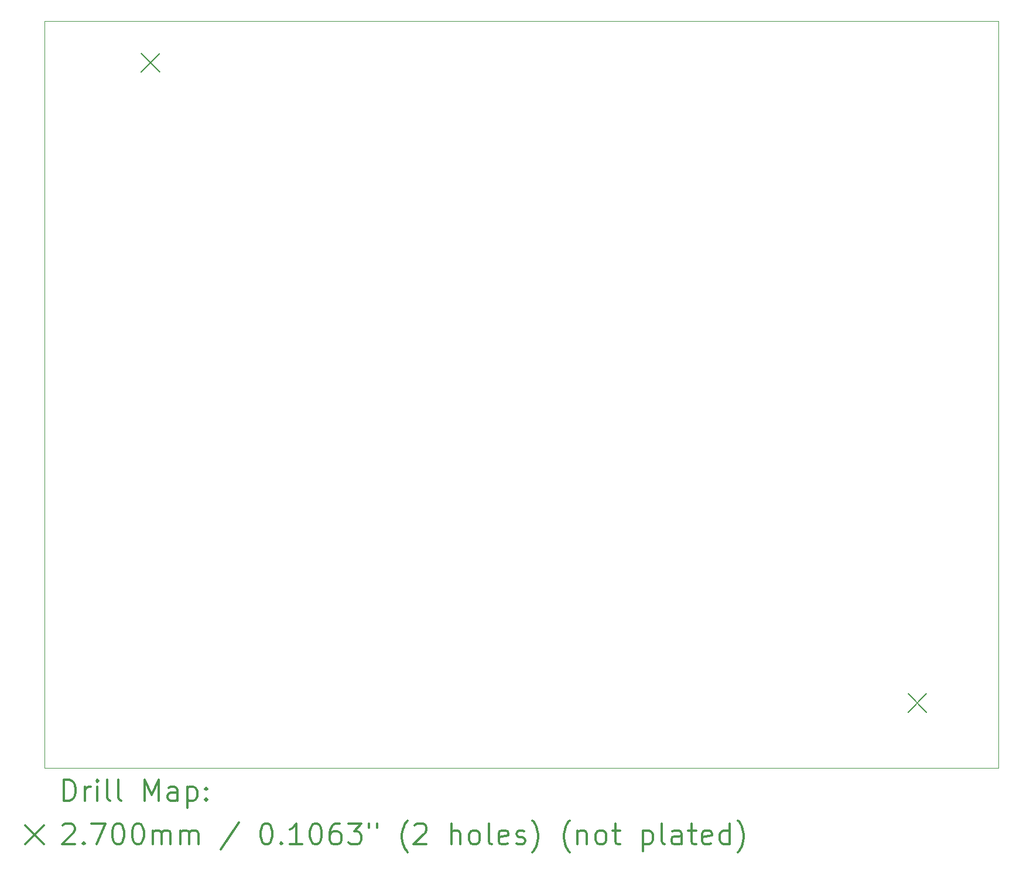
<source format=gbr>
%FSLAX45Y45*%
G04 Gerber Fmt 4.5, Leading zero omitted, Abs format (unit mm)*
G04 Created by KiCad (PCBNEW (5.1.12)-1) date 2022-10-26 16:15:54*
%MOMM*%
%LPD*%
G01*
G04 APERTURE LIST*
%TA.AperFunction,Profile*%
%ADD10C,0.050000*%
%TD*%
%ADD11C,0.200000*%
%ADD12C,0.300000*%
G04 APERTURE END LIST*
D10*
X8300000Y-14500000D02*
X8300000Y-3700000D01*
X22100000Y-14500000D02*
X8300000Y-14500000D01*
X22100000Y-3700000D02*
X22100000Y-14500000D01*
X8300000Y-3700000D02*
X22100000Y-3700000D01*
D11*
X9700000Y-4170000D02*
X9970000Y-4440000D01*
X9970000Y-4170000D02*
X9700000Y-4440000D01*
X20788000Y-13419000D02*
X21058000Y-13689000D01*
X21058000Y-13419000D02*
X20788000Y-13689000D01*
D12*
X8583928Y-14968214D02*
X8583928Y-14668214D01*
X8655357Y-14668214D01*
X8698214Y-14682500D01*
X8726786Y-14711071D01*
X8741071Y-14739643D01*
X8755357Y-14796786D01*
X8755357Y-14839643D01*
X8741071Y-14896786D01*
X8726786Y-14925357D01*
X8698214Y-14953929D01*
X8655357Y-14968214D01*
X8583928Y-14968214D01*
X8883928Y-14968214D02*
X8883928Y-14768214D01*
X8883928Y-14825357D02*
X8898214Y-14796786D01*
X8912500Y-14782500D01*
X8941071Y-14768214D01*
X8969643Y-14768214D01*
X9069643Y-14968214D02*
X9069643Y-14768214D01*
X9069643Y-14668214D02*
X9055357Y-14682500D01*
X9069643Y-14696786D01*
X9083928Y-14682500D01*
X9069643Y-14668214D01*
X9069643Y-14696786D01*
X9255357Y-14968214D02*
X9226786Y-14953929D01*
X9212500Y-14925357D01*
X9212500Y-14668214D01*
X9412500Y-14968214D02*
X9383928Y-14953929D01*
X9369643Y-14925357D01*
X9369643Y-14668214D01*
X9755357Y-14968214D02*
X9755357Y-14668214D01*
X9855357Y-14882500D01*
X9955357Y-14668214D01*
X9955357Y-14968214D01*
X10226786Y-14968214D02*
X10226786Y-14811071D01*
X10212500Y-14782500D01*
X10183928Y-14768214D01*
X10126786Y-14768214D01*
X10098214Y-14782500D01*
X10226786Y-14953929D02*
X10198214Y-14968214D01*
X10126786Y-14968214D01*
X10098214Y-14953929D01*
X10083928Y-14925357D01*
X10083928Y-14896786D01*
X10098214Y-14868214D01*
X10126786Y-14853929D01*
X10198214Y-14853929D01*
X10226786Y-14839643D01*
X10369643Y-14768214D02*
X10369643Y-15068214D01*
X10369643Y-14782500D02*
X10398214Y-14768214D01*
X10455357Y-14768214D01*
X10483928Y-14782500D01*
X10498214Y-14796786D01*
X10512500Y-14825357D01*
X10512500Y-14911071D01*
X10498214Y-14939643D01*
X10483928Y-14953929D01*
X10455357Y-14968214D01*
X10398214Y-14968214D01*
X10369643Y-14953929D01*
X10641071Y-14939643D02*
X10655357Y-14953929D01*
X10641071Y-14968214D01*
X10626786Y-14953929D01*
X10641071Y-14939643D01*
X10641071Y-14968214D01*
X10641071Y-14782500D02*
X10655357Y-14796786D01*
X10641071Y-14811071D01*
X10626786Y-14796786D01*
X10641071Y-14782500D01*
X10641071Y-14811071D01*
X8027500Y-15327500D02*
X8297500Y-15597500D01*
X8297500Y-15327500D02*
X8027500Y-15597500D01*
X8569643Y-15326786D02*
X8583928Y-15312500D01*
X8612500Y-15298214D01*
X8683928Y-15298214D01*
X8712500Y-15312500D01*
X8726786Y-15326786D01*
X8741071Y-15355357D01*
X8741071Y-15383929D01*
X8726786Y-15426786D01*
X8555357Y-15598214D01*
X8741071Y-15598214D01*
X8869643Y-15569643D02*
X8883928Y-15583929D01*
X8869643Y-15598214D01*
X8855357Y-15583929D01*
X8869643Y-15569643D01*
X8869643Y-15598214D01*
X8983928Y-15298214D02*
X9183928Y-15298214D01*
X9055357Y-15598214D01*
X9355357Y-15298214D02*
X9383928Y-15298214D01*
X9412500Y-15312500D01*
X9426786Y-15326786D01*
X9441071Y-15355357D01*
X9455357Y-15412500D01*
X9455357Y-15483929D01*
X9441071Y-15541071D01*
X9426786Y-15569643D01*
X9412500Y-15583929D01*
X9383928Y-15598214D01*
X9355357Y-15598214D01*
X9326786Y-15583929D01*
X9312500Y-15569643D01*
X9298214Y-15541071D01*
X9283928Y-15483929D01*
X9283928Y-15412500D01*
X9298214Y-15355357D01*
X9312500Y-15326786D01*
X9326786Y-15312500D01*
X9355357Y-15298214D01*
X9641071Y-15298214D02*
X9669643Y-15298214D01*
X9698214Y-15312500D01*
X9712500Y-15326786D01*
X9726786Y-15355357D01*
X9741071Y-15412500D01*
X9741071Y-15483929D01*
X9726786Y-15541071D01*
X9712500Y-15569643D01*
X9698214Y-15583929D01*
X9669643Y-15598214D01*
X9641071Y-15598214D01*
X9612500Y-15583929D01*
X9598214Y-15569643D01*
X9583928Y-15541071D01*
X9569643Y-15483929D01*
X9569643Y-15412500D01*
X9583928Y-15355357D01*
X9598214Y-15326786D01*
X9612500Y-15312500D01*
X9641071Y-15298214D01*
X9869643Y-15598214D02*
X9869643Y-15398214D01*
X9869643Y-15426786D02*
X9883928Y-15412500D01*
X9912500Y-15398214D01*
X9955357Y-15398214D01*
X9983928Y-15412500D01*
X9998214Y-15441071D01*
X9998214Y-15598214D01*
X9998214Y-15441071D02*
X10012500Y-15412500D01*
X10041071Y-15398214D01*
X10083928Y-15398214D01*
X10112500Y-15412500D01*
X10126786Y-15441071D01*
X10126786Y-15598214D01*
X10269643Y-15598214D02*
X10269643Y-15398214D01*
X10269643Y-15426786D02*
X10283928Y-15412500D01*
X10312500Y-15398214D01*
X10355357Y-15398214D01*
X10383928Y-15412500D01*
X10398214Y-15441071D01*
X10398214Y-15598214D01*
X10398214Y-15441071D02*
X10412500Y-15412500D01*
X10441071Y-15398214D01*
X10483928Y-15398214D01*
X10512500Y-15412500D01*
X10526786Y-15441071D01*
X10526786Y-15598214D01*
X11112500Y-15283929D02*
X10855357Y-15669643D01*
X11498214Y-15298214D02*
X11526786Y-15298214D01*
X11555357Y-15312500D01*
X11569643Y-15326786D01*
X11583928Y-15355357D01*
X11598214Y-15412500D01*
X11598214Y-15483929D01*
X11583928Y-15541071D01*
X11569643Y-15569643D01*
X11555357Y-15583929D01*
X11526786Y-15598214D01*
X11498214Y-15598214D01*
X11469643Y-15583929D01*
X11455357Y-15569643D01*
X11441071Y-15541071D01*
X11426786Y-15483929D01*
X11426786Y-15412500D01*
X11441071Y-15355357D01*
X11455357Y-15326786D01*
X11469643Y-15312500D01*
X11498214Y-15298214D01*
X11726786Y-15569643D02*
X11741071Y-15583929D01*
X11726786Y-15598214D01*
X11712500Y-15583929D01*
X11726786Y-15569643D01*
X11726786Y-15598214D01*
X12026786Y-15598214D02*
X11855357Y-15598214D01*
X11941071Y-15598214D02*
X11941071Y-15298214D01*
X11912500Y-15341071D01*
X11883928Y-15369643D01*
X11855357Y-15383929D01*
X12212500Y-15298214D02*
X12241071Y-15298214D01*
X12269643Y-15312500D01*
X12283928Y-15326786D01*
X12298214Y-15355357D01*
X12312500Y-15412500D01*
X12312500Y-15483929D01*
X12298214Y-15541071D01*
X12283928Y-15569643D01*
X12269643Y-15583929D01*
X12241071Y-15598214D01*
X12212500Y-15598214D01*
X12183928Y-15583929D01*
X12169643Y-15569643D01*
X12155357Y-15541071D01*
X12141071Y-15483929D01*
X12141071Y-15412500D01*
X12155357Y-15355357D01*
X12169643Y-15326786D01*
X12183928Y-15312500D01*
X12212500Y-15298214D01*
X12569643Y-15298214D02*
X12512500Y-15298214D01*
X12483928Y-15312500D01*
X12469643Y-15326786D01*
X12441071Y-15369643D01*
X12426786Y-15426786D01*
X12426786Y-15541071D01*
X12441071Y-15569643D01*
X12455357Y-15583929D01*
X12483928Y-15598214D01*
X12541071Y-15598214D01*
X12569643Y-15583929D01*
X12583928Y-15569643D01*
X12598214Y-15541071D01*
X12598214Y-15469643D01*
X12583928Y-15441071D01*
X12569643Y-15426786D01*
X12541071Y-15412500D01*
X12483928Y-15412500D01*
X12455357Y-15426786D01*
X12441071Y-15441071D01*
X12426786Y-15469643D01*
X12698214Y-15298214D02*
X12883928Y-15298214D01*
X12783928Y-15412500D01*
X12826786Y-15412500D01*
X12855357Y-15426786D01*
X12869643Y-15441071D01*
X12883928Y-15469643D01*
X12883928Y-15541071D01*
X12869643Y-15569643D01*
X12855357Y-15583929D01*
X12826786Y-15598214D01*
X12741071Y-15598214D01*
X12712500Y-15583929D01*
X12698214Y-15569643D01*
X12998214Y-15298214D02*
X12998214Y-15355357D01*
X13112500Y-15298214D02*
X13112500Y-15355357D01*
X13555357Y-15712500D02*
X13541071Y-15698214D01*
X13512500Y-15655357D01*
X13498214Y-15626786D01*
X13483928Y-15583929D01*
X13469643Y-15512500D01*
X13469643Y-15455357D01*
X13483928Y-15383929D01*
X13498214Y-15341071D01*
X13512500Y-15312500D01*
X13541071Y-15269643D01*
X13555357Y-15255357D01*
X13655357Y-15326786D02*
X13669643Y-15312500D01*
X13698214Y-15298214D01*
X13769643Y-15298214D01*
X13798214Y-15312500D01*
X13812500Y-15326786D01*
X13826786Y-15355357D01*
X13826786Y-15383929D01*
X13812500Y-15426786D01*
X13641071Y-15598214D01*
X13826786Y-15598214D01*
X14183928Y-15598214D02*
X14183928Y-15298214D01*
X14312500Y-15598214D02*
X14312500Y-15441071D01*
X14298214Y-15412500D01*
X14269643Y-15398214D01*
X14226786Y-15398214D01*
X14198214Y-15412500D01*
X14183928Y-15426786D01*
X14498214Y-15598214D02*
X14469643Y-15583929D01*
X14455357Y-15569643D01*
X14441071Y-15541071D01*
X14441071Y-15455357D01*
X14455357Y-15426786D01*
X14469643Y-15412500D01*
X14498214Y-15398214D01*
X14541071Y-15398214D01*
X14569643Y-15412500D01*
X14583928Y-15426786D01*
X14598214Y-15455357D01*
X14598214Y-15541071D01*
X14583928Y-15569643D01*
X14569643Y-15583929D01*
X14541071Y-15598214D01*
X14498214Y-15598214D01*
X14769643Y-15598214D02*
X14741071Y-15583929D01*
X14726786Y-15555357D01*
X14726786Y-15298214D01*
X14998214Y-15583929D02*
X14969643Y-15598214D01*
X14912500Y-15598214D01*
X14883928Y-15583929D01*
X14869643Y-15555357D01*
X14869643Y-15441071D01*
X14883928Y-15412500D01*
X14912500Y-15398214D01*
X14969643Y-15398214D01*
X14998214Y-15412500D01*
X15012500Y-15441071D01*
X15012500Y-15469643D01*
X14869643Y-15498214D01*
X15126786Y-15583929D02*
X15155357Y-15598214D01*
X15212500Y-15598214D01*
X15241071Y-15583929D01*
X15255357Y-15555357D01*
X15255357Y-15541071D01*
X15241071Y-15512500D01*
X15212500Y-15498214D01*
X15169643Y-15498214D01*
X15141071Y-15483929D01*
X15126786Y-15455357D01*
X15126786Y-15441071D01*
X15141071Y-15412500D01*
X15169643Y-15398214D01*
X15212500Y-15398214D01*
X15241071Y-15412500D01*
X15355357Y-15712500D02*
X15369643Y-15698214D01*
X15398214Y-15655357D01*
X15412500Y-15626786D01*
X15426786Y-15583929D01*
X15441071Y-15512500D01*
X15441071Y-15455357D01*
X15426786Y-15383929D01*
X15412500Y-15341071D01*
X15398214Y-15312500D01*
X15369643Y-15269643D01*
X15355357Y-15255357D01*
X15898214Y-15712500D02*
X15883928Y-15698214D01*
X15855357Y-15655357D01*
X15841071Y-15626786D01*
X15826786Y-15583929D01*
X15812500Y-15512500D01*
X15812500Y-15455357D01*
X15826786Y-15383929D01*
X15841071Y-15341071D01*
X15855357Y-15312500D01*
X15883928Y-15269643D01*
X15898214Y-15255357D01*
X16012500Y-15398214D02*
X16012500Y-15598214D01*
X16012500Y-15426786D02*
X16026786Y-15412500D01*
X16055357Y-15398214D01*
X16098214Y-15398214D01*
X16126786Y-15412500D01*
X16141071Y-15441071D01*
X16141071Y-15598214D01*
X16326786Y-15598214D02*
X16298214Y-15583929D01*
X16283928Y-15569643D01*
X16269643Y-15541071D01*
X16269643Y-15455357D01*
X16283928Y-15426786D01*
X16298214Y-15412500D01*
X16326786Y-15398214D01*
X16369643Y-15398214D01*
X16398214Y-15412500D01*
X16412500Y-15426786D01*
X16426786Y-15455357D01*
X16426786Y-15541071D01*
X16412500Y-15569643D01*
X16398214Y-15583929D01*
X16369643Y-15598214D01*
X16326786Y-15598214D01*
X16512500Y-15398214D02*
X16626786Y-15398214D01*
X16555357Y-15298214D02*
X16555357Y-15555357D01*
X16569643Y-15583929D01*
X16598214Y-15598214D01*
X16626786Y-15598214D01*
X16955357Y-15398214D02*
X16955357Y-15698214D01*
X16955357Y-15412500D02*
X16983928Y-15398214D01*
X17041071Y-15398214D01*
X17069643Y-15412500D01*
X17083928Y-15426786D01*
X17098214Y-15455357D01*
X17098214Y-15541071D01*
X17083928Y-15569643D01*
X17069643Y-15583929D01*
X17041071Y-15598214D01*
X16983928Y-15598214D01*
X16955357Y-15583929D01*
X17269643Y-15598214D02*
X17241071Y-15583929D01*
X17226786Y-15555357D01*
X17226786Y-15298214D01*
X17512500Y-15598214D02*
X17512500Y-15441071D01*
X17498214Y-15412500D01*
X17469643Y-15398214D01*
X17412500Y-15398214D01*
X17383928Y-15412500D01*
X17512500Y-15583929D02*
X17483928Y-15598214D01*
X17412500Y-15598214D01*
X17383928Y-15583929D01*
X17369643Y-15555357D01*
X17369643Y-15526786D01*
X17383928Y-15498214D01*
X17412500Y-15483929D01*
X17483928Y-15483929D01*
X17512500Y-15469643D01*
X17612500Y-15398214D02*
X17726786Y-15398214D01*
X17655357Y-15298214D02*
X17655357Y-15555357D01*
X17669643Y-15583929D01*
X17698214Y-15598214D01*
X17726786Y-15598214D01*
X17941071Y-15583929D02*
X17912500Y-15598214D01*
X17855357Y-15598214D01*
X17826786Y-15583929D01*
X17812500Y-15555357D01*
X17812500Y-15441071D01*
X17826786Y-15412500D01*
X17855357Y-15398214D01*
X17912500Y-15398214D01*
X17941071Y-15412500D01*
X17955357Y-15441071D01*
X17955357Y-15469643D01*
X17812500Y-15498214D01*
X18212500Y-15598214D02*
X18212500Y-15298214D01*
X18212500Y-15583929D02*
X18183928Y-15598214D01*
X18126786Y-15598214D01*
X18098214Y-15583929D01*
X18083928Y-15569643D01*
X18069643Y-15541071D01*
X18069643Y-15455357D01*
X18083928Y-15426786D01*
X18098214Y-15412500D01*
X18126786Y-15398214D01*
X18183928Y-15398214D01*
X18212500Y-15412500D01*
X18326786Y-15712500D02*
X18341071Y-15698214D01*
X18369643Y-15655357D01*
X18383928Y-15626786D01*
X18398214Y-15583929D01*
X18412500Y-15512500D01*
X18412500Y-15455357D01*
X18398214Y-15383929D01*
X18383928Y-15341071D01*
X18369643Y-15312500D01*
X18341071Y-15269643D01*
X18326786Y-15255357D01*
M02*

</source>
